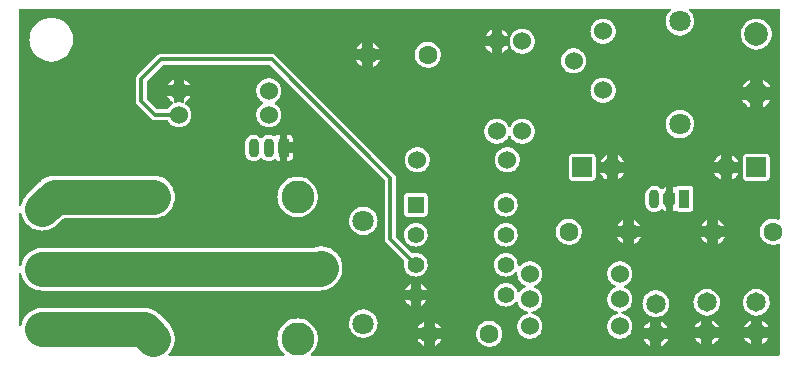
<source format=gbl>
G04 Layer: BottomLayer*
G04 EasyEDA v6.5.22, 2023-02-12 13:27:05*
G04 9d2100fef43045d39f3febf0e37c7303,ed70181f279245e6aff80281ee7dc86a,10*
G04 Gerber Generator version 0.2*
G04 Scale: 100 percent, Rotated: No, Reflected: No *
G04 Dimensions in millimeters *
G04 leading zeros omitted , absolute positions ,4 integer and 5 decimal *
%FSLAX45Y45*%
%MOMM*%

%ADD10C,0.3000*%
%ADD11C,3.0000*%
%ADD12C,1.6000*%
%ADD13C,1.6510*%
%ADD14R,1.6510X1.6510*%
%ADD15C,1.8000*%
%ADD16C,2.0000*%
%ADD17O,0.8999982X1.5999968*%
%ADD18R,0.9000X1.6000*%
%ADD19C,1.5240*%
%ADD20C,2.7940*%
%ADD21R,1.3970X1.3970*%
%ADD22C,1.3970*%
%ADD23C,0.0199*%

%LPD*%
G36*
X2002993Y3230473D02*
G01*
X1999081Y3231286D01*
X1995779Y3233470D01*
X1993595Y3236772D01*
X1992833Y3240633D01*
X1993595Y3244545D01*
X1995779Y3247847D01*
X2002078Y3254146D01*
X2013661Y3268319D01*
X2023719Y3283610D01*
X2032203Y3299815D01*
X2038959Y3316782D01*
X2043988Y3334359D01*
X2047239Y3352342D01*
X2048611Y3370579D01*
X2048154Y3388868D01*
X2045817Y3407003D01*
X2041702Y3424783D01*
X2035810Y3442106D01*
X2028139Y3458718D01*
X2018893Y3474465D01*
X2008073Y3489198D01*
X1995627Y3502964D01*
X1916734Y3581857D01*
X1906371Y3591509D01*
X1891893Y3602685D01*
X1888388Y3605022D01*
X1876348Y3612337D01*
X1872691Y3614318D01*
X1859940Y3620363D01*
X1856079Y3621938D01*
X1842770Y3626662D01*
X1838756Y3627882D01*
X1825091Y3631234D01*
X1820976Y3632047D01*
X1807006Y3633978D01*
X1802841Y3634384D01*
X1788668Y3634892D01*
X927353Y3634892D01*
X908862Y3633978D01*
X890778Y3631184D01*
X873048Y3626612D01*
X855929Y3620262D01*
X839520Y3612235D01*
X823976Y3602532D01*
X809548Y3591356D01*
X796290Y3578758D01*
X784352Y3564890D01*
X773938Y3549853D01*
X765048Y3533901D01*
X757834Y3517087D01*
X752348Y3499662D01*
X750620Y3491128D01*
X748893Y3487216D01*
X745794Y3484372D01*
X741781Y3483051D01*
X737565Y3483508D01*
X733856Y3485591D01*
X731367Y3489045D01*
X730504Y3493160D01*
X730504Y3923639D01*
X731367Y3927754D01*
X733856Y3931208D01*
X737565Y3933291D01*
X741781Y3933748D01*
X745794Y3932428D01*
X748893Y3929532D01*
X750620Y3925671D01*
X752348Y3917187D01*
X757834Y3899712D01*
X765048Y3882898D01*
X773938Y3866946D01*
X784352Y3851910D01*
X796290Y3838041D01*
X809548Y3825443D01*
X823976Y3814267D01*
X839520Y3804615D01*
X855929Y3796537D01*
X873048Y3790187D01*
X890778Y3785615D01*
X908812Y3782822D01*
X927353Y3781907D01*
X3275177Y3781907D01*
X3289300Y3782415D01*
X3293465Y3782822D01*
X3307435Y3784752D01*
X3311550Y3785565D01*
X3325266Y3788918D01*
X3329279Y3790137D01*
X3342538Y3794861D01*
X3346399Y3796436D01*
X3359150Y3802481D01*
X3362858Y3804513D01*
X3374898Y3811778D01*
X3378352Y3814165D01*
X3389629Y3822649D01*
X3392830Y3825341D01*
X3403244Y3834942D01*
X3415537Y3847287D01*
X3427984Y3861054D01*
X3438804Y3875786D01*
X3448100Y3891534D01*
X3455720Y3908145D01*
X3461613Y3925468D01*
X3465779Y3943248D01*
X3468065Y3961384D01*
X3468522Y3979672D01*
X3467150Y3997909D01*
X3463950Y4015892D01*
X3458921Y4033469D01*
X3452114Y4050436D01*
X3443630Y4066641D01*
X3433572Y4081932D01*
X3422040Y4096105D01*
X3409086Y4109008D01*
X3394913Y4120591D01*
X3379673Y4130649D01*
X3363468Y4139133D01*
X3346500Y4145889D01*
X3328924Y4150918D01*
X3310890Y4154170D01*
X3292703Y4155541D01*
X3274415Y4155084D01*
X3256279Y4152747D01*
X3238449Y4148632D01*
X3223310Y4143451D01*
X3220059Y4142892D01*
X927353Y4142892D01*
X908812Y4141978D01*
X890778Y4139184D01*
X873048Y4134612D01*
X855929Y4128262D01*
X839520Y4120235D01*
X823976Y4110532D01*
X809548Y4099356D01*
X796290Y4086758D01*
X784352Y4072890D01*
X773938Y4057904D01*
X765048Y4041901D01*
X757834Y4025087D01*
X752348Y4007662D01*
X750620Y3999128D01*
X748893Y3995267D01*
X745794Y3992422D01*
X741781Y3991101D01*
X737565Y3991508D01*
X733856Y3993642D01*
X731367Y3997045D01*
X730504Y4001160D01*
X730504Y4431233D01*
X731418Y4435398D01*
X733958Y4438853D01*
X737666Y4440936D01*
X741934Y4441291D01*
X745947Y4439920D01*
X749046Y4436973D01*
X750671Y4433011D01*
X751281Y4429607D01*
X756310Y4412030D01*
X763066Y4395063D01*
X771550Y4378858D01*
X781608Y4363567D01*
X793191Y4349394D01*
X806094Y4336491D01*
X820267Y4324908D01*
X835558Y4314850D01*
X851763Y4306417D01*
X868730Y4299610D01*
X886307Y4294581D01*
X904290Y4291380D01*
X922528Y4289958D01*
X940816Y4290415D01*
X958951Y4292752D01*
X976731Y4296867D01*
X994054Y4302810D01*
X1010666Y4310430D01*
X1026414Y4319676D01*
X1041146Y4330496D01*
X1054912Y4342942D01*
X1103528Y4391558D01*
X1106830Y4393742D01*
X1110691Y4394555D01*
X1867814Y4394555D01*
X1886356Y4395470D01*
X1904441Y4398264D01*
X1922119Y4402836D01*
X1939289Y4409186D01*
X1955698Y4417212D01*
X1971192Y4426915D01*
X1985670Y4438091D01*
X1998929Y4450689D01*
X2010816Y4464558D01*
X2021281Y4479594D01*
X2030120Y4495546D01*
X2037334Y4512360D01*
X2042820Y4529785D01*
X2046528Y4547717D01*
X2048357Y4565904D01*
X2048357Y4584192D01*
X2046528Y4602378D01*
X2042820Y4620310D01*
X2037334Y4637735D01*
X2030120Y4654550D01*
X2021281Y4670501D01*
X2010816Y4685538D01*
X1998929Y4699406D01*
X1985670Y4712004D01*
X1971192Y4723180D01*
X1955698Y4732883D01*
X1939289Y4740910D01*
X1922119Y4747260D01*
X1904441Y4751832D01*
X1886356Y4754626D01*
X1867814Y4755540D01*
X1032002Y4755540D01*
X1017828Y4755032D01*
X1013663Y4754626D01*
X999693Y4752695D01*
X995578Y4751882D01*
X981913Y4748530D01*
X977900Y4747310D01*
X964590Y4742586D01*
X960729Y4741011D01*
X947978Y4734966D01*
X944321Y4732985D01*
X932230Y4725670D01*
X928776Y4723333D01*
X917498Y4714798D01*
X914298Y4712157D01*
X903935Y4702505D01*
X799642Y4598212D01*
X787196Y4584446D01*
X776376Y4569714D01*
X767130Y4553966D01*
X759460Y4537354D01*
X753567Y4520082D01*
X750570Y4507128D01*
X748792Y4503318D01*
X745642Y4500524D01*
X741629Y4499305D01*
X737463Y4499762D01*
X733806Y4501896D01*
X731367Y4505299D01*
X730504Y4509414D01*
X730504Y6159296D01*
X731266Y6163208D01*
X733501Y6166510D01*
X736752Y6168694D01*
X740664Y6169456D01*
X6238646Y6169456D01*
X6242659Y6168644D01*
X6246063Y6166256D01*
X6248196Y6162700D01*
X6248755Y6158585D01*
X6247638Y6154623D01*
X6244996Y6151422D01*
X6243421Y6150152D01*
X6233109Y6139484D01*
X6224168Y6127648D01*
X6216751Y6114796D01*
X6210960Y6101130D01*
X6206896Y6086906D01*
X6204610Y6072225D01*
X6204153Y6057392D01*
X6205524Y6042609D01*
X6208725Y6028131D01*
X6213652Y6014161D01*
X6220256Y6000851D01*
X6228435Y5988507D01*
X6238087Y5977229D01*
X6249060Y5967222D01*
X6261150Y5958687D01*
X6274257Y5951626D01*
X6288074Y5946292D01*
X6302451Y5942685D01*
X6317183Y5940856D01*
X6332016Y5940856D01*
X6346748Y5942685D01*
X6361125Y5946292D01*
X6374942Y5951626D01*
X6388049Y5958687D01*
X6400139Y5967222D01*
X6411112Y5977229D01*
X6420764Y5988507D01*
X6428943Y6000851D01*
X6435547Y6014161D01*
X6440474Y6028131D01*
X6443675Y6042609D01*
X6445046Y6057392D01*
X6444589Y6072225D01*
X6442303Y6086906D01*
X6438239Y6101130D01*
X6432448Y6114796D01*
X6425031Y6127648D01*
X6416090Y6139484D01*
X6405778Y6150152D01*
X6404203Y6151422D01*
X6401562Y6154623D01*
X6400444Y6158585D01*
X6401003Y6162700D01*
X6403136Y6166256D01*
X6406540Y6168644D01*
X6410553Y6169456D01*
X7159345Y6169456D01*
X7163206Y6168694D01*
X7166508Y6166510D01*
X7168692Y6163208D01*
X7169505Y6159296D01*
X7169505Y4390796D01*
X7168743Y4386986D01*
X7166609Y4383735D01*
X7163409Y4381500D01*
X7159650Y4380636D01*
X7155789Y4381246D01*
X7143445Y4385818D01*
X7129627Y4388967D01*
X7115556Y4390339D01*
X7101382Y4389882D01*
X7087412Y4387596D01*
X7073849Y4383582D01*
X7060895Y4377842D01*
X7048804Y4370527D01*
X7037730Y4361688D01*
X7027875Y4351528D01*
X7019391Y4340199D01*
X7012431Y4327855D01*
X7007148Y4314698D01*
X7003542Y4301032D01*
X7001764Y4286961D01*
X7001764Y4272838D01*
X7003542Y4258767D01*
X7007148Y4245102D01*
X7012431Y4231944D01*
X7019391Y4219600D01*
X7027875Y4208272D01*
X7037730Y4198112D01*
X7048804Y4189272D01*
X7060895Y4181957D01*
X7073849Y4176217D01*
X7087412Y4172204D01*
X7101382Y4169918D01*
X7115556Y4169460D01*
X7129627Y4170832D01*
X7143445Y4173982D01*
X7155789Y4178554D01*
X7159650Y4179163D01*
X7163409Y4178300D01*
X7166609Y4176064D01*
X7168743Y4172813D01*
X7169505Y4169003D01*
X7169505Y3240633D01*
X7168692Y3236772D01*
X7166508Y3233470D01*
X7163206Y3231286D01*
X7159345Y3230473D01*
X3208274Y3230473D01*
X3204413Y3231286D01*
X3201111Y3233470D01*
X3198876Y3236772D01*
X3198114Y3240684D01*
X3198926Y3244596D01*
X3201111Y3247847D01*
X3214573Y3261207D01*
X3225800Y3275076D01*
X3235502Y3290011D01*
X3243580Y3305860D01*
X3249980Y3322523D01*
X3254552Y3339693D01*
X3257346Y3357321D01*
X3258312Y3375101D01*
X3257346Y3392881D01*
X3254552Y3410508D01*
X3249980Y3427679D01*
X3243580Y3444341D01*
X3235502Y3460191D01*
X3225800Y3475126D01*
X3214573Y3488994D01*
X3201974Y3501593D01*
X3188157Y3512769D01*
X3173171Y3522472D01*
X3157321Y3530600D01*
X3140710Y3536950D01*
X3123488Y3541572D01*
X3105912Y3544366D01*
X3088081Y3545281D01*
X3070301Y3544366D01*
X3052724Y3541572D01*
X3035503Y3536950D01*
X3018891Y3530600D01*
X3002991Y3522472D01*
X2988056Y3512769D01*
X2974238Y3501593D01*
X2961640Y3488994D01*
X2950413Y3475126D01*
X2940710Y3460191D01*
X2932633Y3444341D01*
X2926232Y3427679D01*
X2921609Y3410508D01*
X2918815Y3392881D01*
X2917901Y3375101D01*
X2918815Y3357321D01*
X2921609Y3339693D01*
X2926232Y3322523D01*
X2932633Y3305860D01*
X2940710Y3290011D01*
X2950413Y3275076D01*
X2961589Y3261207D01*
X2975051Y3247847D01*
X2977286Y3244596D01*
X2978048Y3240684D01*
X2977286Y3236772D01*
X2975102Y3233470D01*
X2971800Y3231286D01*
X2967888Y3230473D01*
G37*

%LPC*%
G36*
X4715256Y3305860D02*
G01*
X4729327Y3307232D01*
X4743145Y3310382D01*
X4756404Y3315258D01*
X4768951Y3321812D01*
X4780584Y3329940D01*
X4791049Y3339439D01*
X4800244Y3350209D01*
X4807966Y3362096D01*
X4814112Y3374847D01*
X4818583Y3388258D01*
X4821275Y3402177D01*
X4822190Y3416300D01*
X4821275Y3430422D01*
X4818583Y3444341D01*
X4814112Y3457752D01*
X4807966Y3470503D01*
X4800244Y3482390D01*
X4791049Y3493160D01*
X4780584Y3502660D01*
X4768951Y3510787D01*
X4756404Y3517341D01*
X4743145Y3522218D01*
X4729327Y3525367D01*
X4715256Y3526739D01*
X4701082Y3526282D01*
X4687112Y3523996D01*
X4673549Y3519982D01*
X4660595Y3514242D01*
X4648504Y3506927D01*
X4637430Y3498087D01*
X4627575Y3487928D01*
X4619091Y3476599D01*
X4612132Y3464255D01*
X4606848Y3451098D01*
X4603242Y3437432D01*
X4601464Y3423361D01*
X4601464Y3409238D01*
X4603242Y3395167D01*
X4606848Y3381501D01*
X4612132Y3368344D01*
X4619091Y3356000D01*
X4627575Y3344672D01*
X4637430Y3334512D01*
X4648504Y3325672D01*
X4660595Y3318357D01*
X4673549Y3312617D01*
X4687112Y3308604D01*
X4701082Y3306318D01*
G37*
G36*
X6169050Y3313887D02*
G01*
X6170422Y3314446D01*
X6183071Y3321558D01*
X6194653Y3330244D01*
X6205067Y3340303D01*
X6214110Y3351631D01*
X6221628Y3364026D01*
X6223660Y3368649D01*
X6169050Y3368649D01*
G37*
G36*
X6073800Y3313887D02*
G01*
X6073800Y3368649D01*
X6019139Y3368649D01*
X6021171Y3364026D01*
X6028690Y3351631D01*
X6037732Y3340303D01*
X6048146Y3330244D01*
X6059728Y3321558D01*
X6072378Y3314446D01*
G37*
G36*
X4250029Y3316122D02*
G01*
X4260951Y3321812D01*
X4272584Y3329940D01*
X4283049Y3339439D01*
X4292244Y3350209D01*
X4299966Y3362096D01*
X4303776Y3369970D01*
X4250029Y3369970D01*
G37*
G36*
X4157370Y3316224D02*
G01*
X4157370Y3369970D01*
X4103522Y3369970D01*
X4104132Y3368344D01*
X4111091Y3356000D01*
X4119575Y3344672D01*
X4129430Y3334512D01*
X4140504Y3325672D01*
X4152595Y3318357D01*
G37*
G36*
X6924700Y3326587D02*
G01*
X6924700Y3381349D01*
X6870039Y3381349D01*
X6872071Y3376726D01*
X6879590Y3364331D01*
X6888632Y3353003D01*
X6899046Y3342944D01*
X6910628Y3334258D01*
X6923278Y3327146D01*
G37*
G36*
X7019950Y3326587D02*
G01*
X7021322Y3327146D01*
X7033971Y3334258D01*
X7045553Y3342944D01*
X7055967Y3353003D01*
X7065009Y3364331D01*
X7072528Y3376726D01*
X7074560Y3381349D01*
X7019950Y3381349D01*
G37*
G36*
X6600850Y3326587D02*
G01*
X6602222Y3327146D01*
X6614871Y3334258D01*
X6626453Y3342944D01*
X6636867Y3353003D01*
X6645909Y3364331D01*
X6653428Y3376726D01*
X6655460Y3381349D01*
X6600850Y3381349D01*
G37*
G36*
X6505600Y3326587D02*
G01*
X6505600Y3381349D01*
X6450939Y3381349D01*
X6452971Y3376726D01*
X6460490Y3364331D01*
X6469532Y3353003D01*
X6479946Y3342944D01*
X6491528Y3334258D01*
X6504178Y3327146D01*
G37*
G36*
X5816600Y3373120D02*
G01*
X5830519Y3374034D01*
X5844235Y3376726D01*
X5857443Y3381248D01*
X5869940Y3387394D01*
X5881522Y3395167D01*
X5892038Y3404362D01*
X5901232Y3414877D01*
X5909005Y3426460D01*
X5915152Y3438956D01*
X5919673Y3452164D01*
X5922365Y3465880D01*
X5923280Y3479800D01*
X5922365Y3493719D01*
X5919673Y3507435D01*
X5915152Y3520643D01*
X5909005Y3533140D01*
X5901232Y3544722D01*
X5892038Y3555237D01*
X5881522Y3564432D01*
X5869940Y3572205D01*
X5857443Y3578351D01*
X5844235Y3582873D01*
X5837732Y3584143D01*
X5834075Y3585667D01*
X5831281Y3588461D01*
X5829757Y3592118D01*
X5829757Y3596081D01*
X5831281Y3599738D01*
X5834075Y3602532D01*
X5837732Y3604056D01*
X5844235Y3605326D01*
X5857443Y3609848D01*
X5869940Y3615994D01*
X5881522Y3623767D01*
X5892038Y3632962D01*
X5901232Y3643477D01*
X5909005Y3655060D01*
X5915152Y3667556D01*
X5919673Y3680764D01*
X5922365Y3694480D01*
X5923280Y3708400D01*
X5922365Y3722319D01*
X5919673Y3736035D01*
X5915152Y3749243D01*
X5909005Y3761740D01*
X5901232Y3773322D01*
X5892038Y3783837D01*
X5881522Y3793032D01*
X5869940Y3800805D01*
X5856884Y3807256D01*
X5853379Y3810050D01*
X5851448Y3814114D01*
X5851448Y3818585D01*
X5853379Y3822649D01*
X5856884Y3825443D01*
X5869940Y3831894D01*
X5881522Y3839667D01*
X5892038Y3848862D01*
X5901232Y3859377D01*
X5909005Y3870960D01*
X5915152Y3883456D01*
X5919673Y3896664D01*
X5922365Y3910380D01*
X5923280Y3924300D01*
X5922365Y3938219D01*
X5919673Y3951935D01*
X5915152Y3965143D01*
X5909005Y3977640D01*
X5901232Y3989222D01*
X5892038Y3999737D01*
X5881522Y4008932D01*
X5869940Y4016705D01*
X5857443Y4022851D01*
X5844235Y4027373D01*
X5830519Y4030065D01*
X5816600Y4030979D01*
X5802680Y4030065D01*
X5788964Y4027373D01*
X5775756Y4022851D01*
X5763260Y4016705D01*
X5751677Y4008932D01*
X5741162Y3999737D01*
X5731967Y3989222D01*
X5724194Y3977640D01*
X5718048Y3965143D01*
X5713526Y3951935D01*
X5710834Y3938219D01*
X5709920Y3924300D01*
X5710834Y3910380D01*
X5713526Y3896664D01*
X5718048Y3883456D01*
X5724194Y3870960D01*
X5731967Y3859377D01*
X5741162Y3848862D01*
X5751677Y3839667D01*
X5763260Y3831894D01*
X5776315Y3825443D01*
X5779820Y3822649D01*
X5781751Y3818585D01*
X5781751Y3814114D01*
X5779820Y3810050D01*
X5776315Y3807256D01*
X5763260Y3800805D01*
X5751677Y3793032D01*
X5741162Y3783837D01*
X5731967Y3773322D01*
X5724194Y3761740D01*
X5718048Y3749243D01*
X5713526Y3736035D01*
X5710834Y3722319D01*
X5709920Y3708400D01*
X5710834Y3694480D01*
X5713526Y3680764D01*
X5718048Y3667556D01*
X5724194Y3655060D01*
X5731967Y3643477D01*
X5741162Y3632962D01*
X5751677Y3623767D01*
X5763260Y3615994D01*
X5775756Y3609848D01*
X5788964Y3605326D01*
X5795467Y3604056D01*
X5799124Y3602532D01*
X5801918Y3599738D01*
X5803442Y3596081D01*
X5803442Y3592118D01*
X5801918Y3588461D01*
X5799124Y3585667D01*
X5795467Y3584143D01*
X5788964Y3582873D01*
X5775756Y3578351D01*
X5763260Y3572205D01*
X5751677Y3564432D01*
X5741162Y3555237D01*
X5731967Y3544722D01*
X5724194Y3533140D01*
X5718048Y3520643D01*
X5713526Y3507435D01*
X5710834Y3493719D01*
X5709920Y3479800D01*
X5710834Y3465880D01*
X5713526Y3452164D01*
X5718048Y3438956D01*
X5724194Y3426460D01*
X5731967Y3414877D01*
X5741162Y3404362D01*
X5751677Y3395167D01*
X5763260Y3387394D01*
X5775756Y3381248D01*
X5788964Y3376726D01*
X5802680Y3374034D01*
G37*
G36*
X5054600Y3373120D02*
G01*
X5068519Y3374034D01*
X5082235Y3376726D01*
X5095443Y3381248D01*
X5107940Y3387394D01*
X5119522Y3395167D01*
X5130038Y3404362D01*
X5139232Y3414877D01*
X5147005Y3426460D01*
X5153152Y3438956D01*
X5157673Y3452164D01*
X5160365Y3465880D01*
X5161280Y3479800D01*
X5160365Y3493719D01*
X5157673Y3507435D01*
X5153152Y3520643D01*
X5147005Y3533140D01*
X5139232Y3544722D01*
X5130038Y3555237D01*
X5119522Y3564432D01*
X5107940Y3572205D01*
X5095443Y3578351D01*
X5082235Y3582873D01*
X5075732Y3584143D01*
X5072075Y3585667D01*
X5069281Y3588461D01*
X5067757Y3592118D01*
X5067757Y3596081D01*
X5069281Y3599738D01*
X5072075Y3602532D01*
X5075732Y3604056D01*
X5082235Y3605326D01*
X5095443Y3609848D01*
X5107940Y3615994D01*
X5119522Y3623767D01*
X5130038Y3632962D01*
X5139232Y3643477D01*
X5147005Y3655060D01*
X5153152Y3667556D01*
X5157673Y3680764D01*
X5160365Y3694480D01*
X5161280Y3708400D01*
X5160365Y3722319D01*
X5157673Y3736035D01*
X5153152Y3749243D01*
X5147005Y3761740D01*
X5139232Y3773322D01*
X5130038Y3783837D01*
X5119522Y3793032D01*
X5107940Y3800805D01*
X5094884Y3807256D01*
X5091379Y3810050D01*
X5089448Y3814114D01*
X5089448Y3818585D01*
X5091379Y3822649D01*
X5094884Y3825443D01*
X5107940Y3831894D01*
X5119522Y3839667D01*
X5130038Y3848862D01*
X5139232Y3859377D01*
X5147005Y3870960D01*
X5153152Y3883456D01*
X5157673Y3896664D01*
X5160365Y3910380D01*
X5161280Y3924300D01*
X5160365Y3938219D01*
X5157673Y3951935D01*
X5153152Y3965143D01*
X5147005Y3977640D01*
X5139232Y3989222D01*
X5130038Y3999737D01*
X5119522Y4008932D01*
X5107940Y4016705D01*
X5095443Y4022851D01*
X5082235Y4027373D01*
X5068519Y4030065D01*
X5054600Y4030979D01*
X5040680Y4030065D01*
X5026964Y4027373D01*
X5013756Y4022851D01*
X5001260Y4016705D01*
X4989677Y4008932D01*
X4979162Y3999737D01*
X4969205Y3988257D01*
X4965903Y3985768D01*
X4961890Y3984802D01*
X4957826Y3985463D01*
X4954371Y3987749D01*
X4952085Y3991203D01*
X4951374Y3995267D01*
X4951679Y4003852D01*
X4950358Y4017213D01*
X4947208Y4030218D01*
X4942433Y4042714D01*
X4935982Y4054500D01*
X4928006Y4065270D01*
X4918710Y4074922D01*
X4908194Y4083202D01*
X4896662Y4090060D01*
X4884318Y4095292D01*
X4871364Y4098848D01*
X4858105Y4100626D01*
X4844694Y4100626D01*
X4831435Y4098848D01*
X4818481Y4095292D01*
X4806137Y4090060D01*
X4794605Y4083202D01*
X4784090Y4074922D01*
X4774793Y4065270D01*
X4766818Y4054500D01*
X4760366Y4042714D01*
X4755591Y4030218D01*
X4752441Y4017213D01*
X4751120Y4003852D01*
X4751578Y3990441D01*
X4753813Y3977233D01*
X4757775Y3964432D01*
X4763414Y3952290D01*
X4770628Y3940962D01*
X4779264Y3930751D01*
X4789220Y3921760D01*
X4800244Y3914190D01*
X4812233Y3908145D01*
X4824882Y3903726D01*
X4838039Y3901084D01*
X4851400Y3900170D01*
X4864760Y3901084D01*
X4877917Y3903726D01*
X4890566Y3908145D01*
X4902555Y3914190D01*
X4913579Y3921760D01*
X4923536Y3930751D01*
X4930495Y3939032D01*
X4933848Y3941572D01*
X4937912Y3942587D01*
X4942078Y3941876D01*
X4945583Y3939540D01*
X4947818Y3935933D01*
X4948428Y3931767D01*
X4947920Y3924300D01*
X4948834Y3910380D01*
X4951526Y3896664D01*
X4956048Y3883456D01*
X4962194Y3870960D01*
X4969967Y3859377D01*
X4979162Y3848862D01*
X4989677Y3839667D01*
X5001260Y3831894D01*
X5014315Y3825443D01*
X5017820Y3822649D01*
X5019751Y3818585D01*
X5019751Y3814114D01*
X5017820Y3810050D01*
X5014315Y3807256D01*
X5001260Y3800805D01*
X4989677Y3793032D01*
X4979162Y3783837D01*
X4969967Y3773322D01*
X4966665Y3768394D01*
X4963871Y3765600D01*
X4960315Y3764076D01*
X4956403Y3764026D01*
X4952746Y3765448D01*
X4949952Y3768140D01*
X4948326Y3771696D01*
X4947208Y3776218D01*
X4942433Y3788714D01*
X4935982Y3800500D01*
X4928006Y3811270D01*
X4918710Y3820922D01*
X4908194Y3829202D01*
X4896662Y3836060D01*
X4884318Y3841292D01*
X4871364Y3844848D01*
X4858105Y3846626D01*
X4844694Y3846626D01*
X4831435Y3844848D01*
X4818481Y3841292D01*
X4806137Y3836060D01*
X4794605Y3829202D01*
X4784090Y3820922D01*
X4774793Y3811270D01*
X4766818Y3800500D01*
X4760366Y3788714D01*
X4755591Y3776218D01*
X4752441Y3763213D01*
X4751120Y3749852D01*
X4751578Y3736441D01*
X4753813Y3723233D01*
X4757775Y3710432D01*
X4763414Y3698290D01*
X4770628Y3686962D01*
X4779264Y3676751D01*
X4789220Y3667760D01*
X4800244Y3660190D01*
X4812233Y3654145D01*
X4824882Y3649726D01*
X4838039Y3647084D01*
X4851400Y3646170D01*
X4864760Y3647084D01*
X4877917Y3649726D01*
X4890566Y3654145D01*
X4902555Y3660190D01*
X4913579Y3667760D01*
X4923536Y3676751D01*
X4932426Y3687368D01*
X4935169Y3690213D01*
X4938877Y3691839D01*
X4942840Y3691890D01*
X4946548Y3690365D01*
X4949393Y3687572D01*
X4950917Y3683863D01*
X4951526Y3680764D01*
X4956048Y3667556D01*
X4962194Y3655060D01*
X4969967Y3643477D01*
X4979162Y3632962D01*
X4989677Y3623767D01*
X5001260Y3615994D01*
X5013756Y3609848D01*
X5026964Y3605326D01*
X5033467Y3604056D01*
X5037124Y3602532D01*
X5039918Y3599738D01*
X5041442Y3596081D01*
X5041442Y3592118D01*
X5039918Y3588461D01*
X5037124Y3585667D01*
X5033467Y3584143D01*
X5026964Y3582873D01*
X5013756Y3578351D01*
X5001260Y3572205D01*
X4989677Y3564432D01*
X4979162Y3555237D01*
X4969967Y3544722D01*
X4962194Y3533140D01*
X4956048Y3520643D01*
X4951526Y3507435D01*
X4948834Y3493719D01*
X4947920Y3479800D01*
X4948834Y3465880D01*
X4951526Y3452164D01*
X4956048Y3438956D01*
X4962194Y3426460D01*
X4969967Y3414877D01*
X4979162Y3404362D01*
X4989677Y3395167D01*
X5001260Y3387394D01*
X5013756Y3381248D01*
X5026964Y3376726D01*
X5040680Y3374034D01*
G37*
G36*
X3644900Y3381501D02*
G01*
X3659682Y3382416D01*
X3674313Y3385159D01*
X3688435Y3389629D01*
X3701897Y3395827D01*
X3714496Y3403650D01*
X3726078Y3412947D01*
X3736390Y3423615D01*
X3745331Y3435451D01*
X3752748Y3448304D01*
X3758539Y3461969D01*
X3762603Y3476193D01*
X3764889Y3490874D01*
X3765346Y3505708D01*
X3763975Y3520490D01*
X3760774Y3534968D01*
X3755847Y3548938D01*
X3749243Y3562248D01*
X3741064Y3574592D01*
X3731412Y3585870D01*
X3720439Y3595878D01*
X3708349Y3604412D01*
X3695242Y3611473D01*
X3681425Y3616807D01*
X3667048Y3620414D01*
X3652316Y3622243D01*
X3637483Y3622243D01*
X3622751Y3620414D01*
X3608374Y3616807D01*
X3594557Y3611473D01*
X3581450Y3604412D01*
X3569360Y3595878D01*
X3558387Y3585870D01*
X3548735Y3574592D01*
X3540556Y3562248D01*
X3533952Y3548938D01*
X3529025Y3534968D01*
X3525824Y3520490D01*
X3524453Y3505708D01*
X3524910Y3490874D01*
X3527196Y3476193D01*
X3531260Y3461969D01*
X3537051Y3448304D01*
X3544468Y3435451D01*
X3553409Y3423615D01*
X3563721Y3412947D01*
X3575304Y3403650D01*
X3587902Y3395827D01*
X3601364Y3389629D01*
X3615486Y3385159D01*
X3630117Y3382416D01*
G37*
G36*
X4250029Y3462629D02*
G01*
X4303776Y3462629D01*
X4299966Y3470503D01*
X4292244Y3482390D01*
X4283049Y3493160D01*
X4272584Y3502660D01*
X4260951Y3510787D01*
X4250029Y3516477D01*
G37*
G36*
X4103522Y3462629D02*
G01*
X4157370Y3462629D01*
X4157370Y3516376D01*
X4152595Y3514242D01*
X4140504Y3506927D01*
X4129430Y3498087D01*
X4119575Y3487928D01*
X4111091Y3476599D01*
X4104132Y3464255D01*
G37*
G36*
X6019038Y3463899D02*
G01*
X6073800Y3463899D01*
X6073800Y3518560D01*
X6065926Y3514801D01*
X6053785Y3506876D01*
X6042761Y3497478D01*
X6033008Y3486759D01*
X6024727Y3474872D01*
G37*
G36*
X6169050Y3463899D02*
G01*
X6223762Y3463899D01*
X6218072Y3474872D01*
X6209792Y3486759D01*
X6200038Y3497478D01*
X6189014Y3506876D01*
X6176873Y3514801D01*
X6169050Y3518560D01*
G37*
G36*
X6450838Y3476599D02*
G01*
X6505600Y3476599D01*
X6505600Y3531260D01*
X6497726Y3527501D01*
X6485585Y3519576D01*
X6474561Y3510178D01*
X6464808Y3499459D01*
X6456527Y3487572D01*
G37*
G36*
X6869938Y3476599D02*
G01*
X6924700Y3476599D01*
X6924700Y3531260D01*
X6916826Y3527501D01*
X6904685Y3519576D01*
X6893661Y3510178D01*
X6883908Y3499459D01*
X6875627Y3487572D01*
G37*
G36*
X7019950Y3476599D02*
G01*
X7074662Y3476599D01*
X7068972Y3487572D01*
X7060692Y3499459D01*
X7050938Y3510178D01*
X7039914Y3519576D01*
X7027773Y3527501D01*
X7019950Y3531260D01*
G37*
G36*
X6600850Y3476599D02*
G01*
X6655562Y3476599D01*
X6649872Y3487572D01*
X6641592Y3499459D01*
X6631838Y3510178D01*
X6620814Y3519576D01*
X6608673Y3527501D01*
X6600850Y3531260D01*
G37*
G36*
X6114135Y3557473D02*
G01*
X6128664Y3557473D01*
X6142990Y3559352D01*
X6157010Y3563010D01*
X6170422Y3568446D01*
X6183071Y3575558D01*
X6194653Y3584244D01*
X6205067Y3594303D01*
X6214110Y3605631D01*
X6221628Y3618026D01*
X6227470Y3631285D01*
X6231585Y3645154D01*
X6233922Y3659428D01*
X6234379Y3673906D01*
X6233007Y3688334D01*
X6229756Y3702456D01*
X6224778Y3716070D01*
X6218072Y3728872D01*
X6209792Y3740759D01*
X6200038Y3751478D01*
X6189014Y3760876D01*
X6176873Y3768801D01*
X6163818Y3775100D01*
X6150051Y3779621D01*
X6135878Y3782415D01*
X6121400Y3783329D01*
X6106922Y3782415D01*
X6092748Y3779621D01*
X6078982Y3775100D01*
X6065926Y3768801D01*
X6053785Y3760876D01*
X6042761Y3751478D01*
X6033008Y3740759D01*
X6024727Y3728872D01*
X6018022Y3716070D01*
X6013043Y3702456D01*
X6009792Y3688334D01*
X6008420Y3673906D01*
X6008878Y3659428D01*
X6011214Y3645154D01*
X6015329Y3631285D01*
X6021171Y3618026D01*
X6028690Y3605631D01*
X6037732Y3594303D01*
X6048146Y3584244D01*
X6059728Y3575558D01*
X6072378Y3568446D01*
X6085789Y3563010D01*
X6099810Y3559352D01*
G37*
G36*
X6545935Y3570173D02*
G01*
X6560464Y3570173D01*
X6574790Y3572052D01*
X6588810Y3575710D01*
X6602222Y3581146D01*
X6614871Y3588258D01*
X6626453Y3596944D01*
X6636867Y3607003D01*
X6645909Y3618331D01*
X6653428Y3630726D01*
X6659270Y3643985D01*
X6663385Y3657854D01*
X6665722Y3672128D01*
X6666179Y3686606D01*
X6664807Y3701034D01*
X6661556Y3715156D01*
X6656578Y3728770D01*
X6649872Y3741572D01*
X6641592Y3753459D01*
X6631838Y3764178D01*
X6620814Y3773576D01*
X6608673Y3781501D01*
X6595618Y3787800D01*
X6581851Y3792321D01*
X6567678Y3795115D01*
X6553200Y3796029D01*
X6538722Y3795115D01*
X6524548Y3792321D01*
X6510781Y3787800D01*
X6497726Y3781501D01*
X6485585Y3773576D01*
X6474561Y3764178D01*
X6464808Y3753459D01*
X6456527Y3741572D01*
X6449822Y3728770D01*
X6444843Y3715156D01*
X6441592Y3701034D01*
X6440220Y3686606D01*
X6440678Y3672128D01*
X6443014Y3657854D01*
X6447129Y3643985D01*
X6452971Y3630726D01*
X6460490Y3618331D01*
X6469532Y3607003D01*
X6479946Y3596944D01*
X6491528Y3588258D01*
X6504178Y3581146D01*
X6517589Y3575710D01*
X6531609Y3572052D01*
G37*
G36*
X6965035Y3570173D02*
G01*
X6979564Y3570173D01*
X6993890Y3572052D01*
X7007910Y3575710D01*
X7021322Y3581146D01*
X7033971Y3588258D01*
X7045553Y3596944D01*
X7055967Y3607003D01*
X7065009Y3618331D01*
X7072528Y3630726D01*
X7078370Y3643985D01*
X7082485Y3657854D01*
X7084822Y3672128D01*
X7085279Y3686606D01*
X7083907Y3701034D01*
X7080656Y3715156D01*
X7075678Y3728770D01*
X7068972Y3741572D01*
X7060692Y3753459D01*
X7050938Y3764178D01*
X7039914Y3773576D01*
X7027773Y3781501D01*
X7014718Y3787800D01*
X7000951Y3792321D01*
X6986778Y3795115D01*
X6972300Y3796029D01*
X6957822Y3795115D01*
X6943648Y3792321D01*
X6929881Y3787800D01*
X6916826Y3781501D01*
X6904685Y3773576D01*
X6893661Y3764178D01*
X6883908Y3753459D01*
X6875627Y3741572D01*
X6868922Y3728770D01*
X6863943Y3715156D01*
X6860692Y3701034D01*
X6859320Y3686606D01*
X6859778Y3672128D01*
X6862114Y3657854D01*
X6866229Y3643985D01*
X6872071Y3630726D01*
X6879590Y3618331D01*
X6888632Y3607003D01*
X6899046Y3596944D01*
X6910628Y3588258D01*
X6923278Y3581146D01*
X6936689Y3575710D01*
X6950709Y3572052D01*
G37*
G36*
X4048150Y3655212D02*
G01*
X4048150Y3705199D01*
X3998163Y3705199D01*
X4001414Y3698290D01*
X4008628Y3686962D01*
X4017264Y3676751D01*
X4027220Y3667760D01*
X4038244Y3660190D01*
G37*
G36*
X4130700Y3655212D02*
G01*
X4140555Y3660190D01*
X4151579Y3667760D01*
X4161536Y3676751D01*
X4170172Y3686962D01*
X4177385Y3698290D01*
X4180636Y3705199D01*
X4130700Y3705199D01*
G37*
G36*
X4130700Y3787749D02*
G01*
X4180789Y3787749D01*
X4180433Y3788714D01*
X4173982Y3800500D01*
X4166006Y3811270D01*
X4156710Y3820922D01*
X4146194Y3829202D01*
X4134662Y3836060D01*
X4130700Y3837736D01*
G37*
G36*
X3998010Y3787749D02*
G01*
X4048150Y3787749D01*
X4048150Y3837736D01*
X4044137Y3836060D01*
X4032605Y3829202D01*
X4022090Y3820922D01*
X4012793Y3811270D01*
X4004818Y3800500D01*
X3998366Y3788714D01*
G37*
G36*
X4089400Y3900170D02*
G01*
X4102760Y3901084D01*
X4115917Y3903726D01*
X4128566Y3908145D01*
X4140555Y3914190D01*
X4151579Y3921760D01*
X4161536Y3930751D01*
X4170172Y3940962D01*
X4177385Y3952290D01*
X4183024Y3964432D01*
X4186986Y3977233D01*
X4189222Y3990441D01*
X4189679Y4003852D01*
X4188358Y4017213D01*
X4185208Y4030218D01*
X4180433Y4042714D01*
X4173982Y4054500D01*
X4166006Y4065270D01*
X4156710Y4074922D01*
X4146194Y4083202D01*
X4134662Y4090060D01*
X4122318Y4095292D01*
X4109364Y4098848D01*
X4096105Y4100626D01*
X4082694Y4100626D01*
X4069435Y4098848D01*
X4064152Y4097375D01*
X4060596Y4097070D01*
X4057192Y4097985D01*
X4054246Y4100017D01*
X3921963Y4232249D01*
X3919778Y4235551D01*
X3919016Y4239463D01*
X3918965Y4738827D01*
X3917746Y4747514D01*
X3915105Y4755438D01*
X3910990Y4762804D01*
X3905351Y4769612D01*
X2901086Y5773775D01*
X2894126Y5779058D01*
X2886608Y5782818D01*
X2878531Y5785104D01*
X2869742Y5785916D01*
X1928672Y5785866D01*
X1919986Y5784646D01*
X1912061Y5782005D01*
X1904695Y5777890D01*
X1897888Y5772251D01*
X1731924Y5606186D01*
X1726641Y5599226D01*
X1722882Y5591708D01*
X1720596Y5583631D01*
X1719783Y5574842D01*
X1719834Y5383072D01*
X1721053Y5374386D01*
X1723694Y5366461D01*
X1727809Y5359095D01*
X1733448Y5352288D01*
X1848713Y5237124D01*
X1855673Y5231841D01*
X1863191Y5228082D01*
X1871268Y5225796D01*
X1880057Y5224983D01*
X1980234Y5224983D01*
X1983892Y5224322D01*
X1987092Y5222341D01*
X1989328Y5219344D01*
X1990394Y5217160D01*
X1998167Y5205577D01*
X2007362Y5195062D01*
X2017877Y5185867D01*
X2029460Y5178094D01*
X2041956Y5171948D01*
X2055164Y5167426D01*
X2068880Y5164734D01*
X2082800Y5163820D01*
X2096719Y5164734D01*
X2110435Y5167426D01*
X2123643Y5171948D01*
X2136140Y5178094D01*
X2147722Y5185867D01*
X2158238Y5195062D01*
X2167432Y5205577D01*
X2175205Y5217160D01*
X2181352Y5229656D01*
X2185873Y5242864D01*
X2188565Y5256580D01*
X2189480Y5270500D01*
X2188565Y5284419D01*
X2185873Y5298135D01*
X2181352Y5311343D01*
X2175205Y5323840D01*
X2167432Y5335422D01*
X2158238Y5345938D01*
X2147722Y5355132D01*
X2135581Y5363260D01*
X2133193Y5365546D01*
X2131618Y5368442D01*
X2131060Y5372506D01*
X2131618Y5375757D01*
X2133193Y5378653D01*
X2135581Y5380939D01*
X2147722Y5389067D01*
X2158238Y5398262D01*
X2167432Y5408777D01*
X2175205Y5420360D01*
X2179574Y5429250D01*
X2127250Y5429250D01*
X2127250Y5382006D01*
X2126538Y5378246D01*
X2124456Y5374995D01*
X2121357Y5372811D01*
X2117598Y5371846D01*
X2113838Y5372404D01*
X2110435Y5373573D01*
X2096719Y5376265D01*
X2082800Y5377180D01*
X2068880Y5376265D01*
X2055164Y5373573D01*
X2051761Y5372404D01*
X2048002Y5371846D01*
X2044242Y5372811D01*
X2041143Y5374995D01*
X2039061Y5378246D01*
X2038350Y5382006D01*
X2038350Y5429250D01*
X1986025Y5429250D01*
X1990394Y5420360D01*
X1998167Y5408777D01*
X2007362Y5398262D01*
X2017877Y5389067D01*
X2030018Y5380939D01*
X2032406Y5378653D01*
X2033981Y5375757D01*
X2034539Y5371693D01*
X2033981Y5368442D01*
X2032406Y5365546D01*
X2030018Y5363260D01*
X2017877Y5355132D01*
X2007362Y5345938D01*
X1998167Y5335422D01*
X1990394Y5323840D01*
X1989328Y5321655D01*
X1987092Y5318658D01*
X1983892Y5316677D01*
X1980234Y5316016D01*
X1902663Y5316016D01*
X1898751Y5316778D01*
X1895449Y5318963D01*
X1813763Y5400649D01*
X1811578Y5403951D01*
X1810816Y5407863D01*
X1810816Y5552236D01*
X1811578Y5556148D01*
X1813763Y5559450D01*
X1946249Y5691936D01*
X1949551Y5694121D01*
X1953463Y5694883D01*
X2847136Y5694883D01*
X2851048Y5694121D01*
X2854350Y5691936D01*
X3825036Y4721250D01*
X3827221Y4717948D01*
X3827983Y4714036D01*
X3828034Y4214672D01*
X3829253Y4205986D01*
X3831894Y4198061D01*
X3836009Y4190695D01*
X3841648Y4183887D01*
X3989882Y4035653D01*
X3991864Y4032859D01*
X3992829Y4029557D01*
X3992575Y4026103D01*
X3990441Y4017213D01*
X3989120Y4003852D01*
X3989578Y3990441D01*
X3991813Y3977233D01*
X3995775Y3964432D01*
X4001414Y3952290D01*
X4008628Y3940962D01*
X4017264Y3930751D01*
X4027220Y3921760D01*
X4038244Y3914190D01*
X4050233Y3908145D01*
X4062882Y3903726D01*
X4076039Y3901084D01*
G37*
G36*
X4089400Y4154170D02*
G01*
X4102760Y4155084D01*
X4115917Y4157726D01*
X4128566Y4162145D01*
X4140555Y4168190D01*
X4151579Y4175760D01*
X4161536Y4184751D01*
X4170172Y4194962D01*
X4177385Y4206290D01*
X4183024Y4218432D01*
X4186986Y4231233D01*
X4189222Y4244441D01*
X4189679Y4257852D01*
X4188358Y4271213D01*
X4185208Y4284218D01*
X4180433Y4296714D01*
X4173982Y4308500D01*
X4166006Y4319270D01*
X4156710Y4328922D01*
X4146194Y4337202D01*
X4134662Y4344060D01*
X4122318Y4349292D01*
X4109364Y4352848D01*
X4096105Y4354626D01*
X4082694Y4354626D01*
X4069435Y4352848D01*
X4056481Y4349292D01*
X4044137Y4344060D01*
X4032605Y4337202D01*
X4022090Y4328922D01*
X4012793Y4319270D01*
X4004818Y4308500D01*
X3998366Y4296714D01*
X3993591Y4284218D01*
X3990441Y4271213D01*
X3989120Y4257852D01*
X3989578Y4244441D01*
X3991813Y4231233D01*
X3995775Y4218432D01*
X4001414Y4206290D01*
X4008628Y4194962D01*
X4017264Y4184751D01*
X4027220Y4175760D01*
X4038244Y4168190D01*
X4050233Y4162145D01*
X4062882Y4157726D01*
X4076039Y4155084D01*
G37*
G36*
X4851400Y4154170D02*
G01*
X4864760Y4155084D01*
X4877917Y4157726D01*
X4890566Y4162145D01*
X4902555Y4168190D01*
X4913579Y4175760D01*
X4923536Y4184751D01*
X4932172Y4194962D01*
X4939385Y4206290D01*
X4945024Y4218432D01*
X4948986Y4231233D01*
X4951222Y4244441D01*
X4951679Y4257852D01*
X4950358Y4271213D01*
X4947208Y4284218D01*
X4942433Y4296714D01*
X4935982Y4308500D01*
X4928006Y4319270D01*
X4918710Y4328922D01*
X4908194Y4337202D01*
X4896662Y4344060D01*
X4884318Y4349292D01*
X4871364Y4352848D01*
X4858105Y4354626D01*
X4844694Y4354626D01*
X4831435Y4352848D01*
X4818481Y4349292D01*
X4806137Y4344060D01*
X4794605Y4337202D01*
X4784090Y4328922D01*
X4774793Y4319270D01*
X4766818Y4308500D01*
X4760366Y4296714D01*
X4755591Y4284218D01*
X4752441Y4271213D01*
X4751120Y4257852D01*
X4751578Y4244441D01*
X4753813Y4231233D01*
X4757775Y4218432D01*
X4763414Y4206290D01*
X4770628Y4194962D01*
X4779264Y4184751D01*
X4789220Y4175760D01*
X4800244Y4168190D01*
X4812233Y4162145D01*
X4824882Y4157726D01*
X4838039Y4155084D01*
G37*
G36*
X5388356Y4169460D02*
G01*
X5402427Y4170832D01*
X5416245Y4173982D01*
X5429504Y4178858D01*
X5442051Y4185412D01*
X5453684Y4193540D01*
X5464149Y4203039D01*
X5473344Y4213809D01*
X5481066Y4225696D01*
X5487212Y4238447D01*
X5491683Y4251858D01*
X5494375Y4265777D01*
X5495290Y4279900D01*
X5494375Y4294022D01*
X5491683Y4307941D01*
X5487212Y4321352D01*
X5481066Y4334103D01*
X5473344Y4345990D01*
X5464149Y4356760D01*
X5453684Y4366260D01*
X5442051Y4374388D01*
X5429504Y4380941D01*
X5416245Y4385818D01*
X5402427Y4388967D01*
X5388356Y4390339D01*
X5374182Y4389882D01*
X5360212Y4387596D01*
X5346649Y4383582D01*
X5333695Y4377842D01*
X5321604Y4370527D01*
X5310530Y4361688D01*
X5300675Y4351528D01*
X5292191Y4340199D01*
X5285232Y4327855D01*
X5279948Y4314698D01*
X5276342Y4301032D01*
X5274564Y4286961D01*
X5274564Y4272838D01*
X5276342Y4258767D01*
X5279948Y4245102D01*
X5285232Y4231944D01*
X5292191Y4219600D01*
X5300675Y4208272D01*
X5310530Y4198112D01*
X5321604Y4189272D01*
X5333695Y4181957D01*
X5346649Y4176217D01*
X5360212Y4172204D01*
X5374182Y4169918D01*
G37*
G36*
X5939129Y4179722D02*
G01*
X5950051Y4185412D01*
X5961684Y4193540D01*
X5972149Y4203039D01*
X5981344Y4213809D01*
X5989066Y4225696D01*
X5992876Y4233570D01*
X5939129Y4233570D01*
G37*
G36*
X6650329Y4179722D02*
G01*
X6661251Y4185412D01*
X6672884Y4193540D01*
X6683349Y4203039D01*
X6692544Y4213809D01*
X6700266Y4225696D01*
X6704075Y4233570D01*
X6650329Y4233570D01*
G37*
G36*
X5846470Y4179824D02*
G01*
X5846470Y4233570D01*
X5792622Y4233570D01*
X5793232Y4231944D01*
X5800191Y4219600D01*
X5808675Y4208272D01*
X5818530Y4198112D01*
X5829604Y4189272D01*
X5841695Y4181957D01*
G37*
G36*
X6557670Y4179824D02*
G01*
X6557670Y4233570D01*
X6503822Y4233570D01*
X6504431Y4231944D01*
X6511391Y4219600D01*
X6519875Y4208272D01*
X6529730Y4198112D01*
X6540804Y4189272D01*
X6552895Y4181957D01*
G37*
G36*
X3644900Y4251502D02*
G01*
X3659682Y4252417D01*
X3674313Y4255160D01*
X3688435Y4259630D01*
X3701897Y4265828D01*
X3714496Y4273651D01*
X3726078Y4282948D01*
X3736390Y4293616D01*
X3745331Y4305452D01*
X3752748Y4318304D01*
X3758539Y4331970D01*
X3762603Y4346244D01*
X3764889Y4360875D01*
X3765346Y4375708D01*
X3763975Y4390491D01*
X3760774Y4404969D01*
X3755847Y4418990D01*
X3749243Y4432249D01*
X3741064Y4444593D01*
X3731412Y4455871D01*
X3720439Y4465878D01*
X3708349Y4474464D01*
X3695242Y4481474D01*
X3681425Y4486808D01*
X3667048Y4490466D01*
X3652316Y4492244D01*
X3637483Y4492244D01*
X3622751Y4490466D01*
X3608374Y4486808D01*
X3594557Y4481474D01*
X3581450Y4474464D01*
X3569360Y4465878D01*
X3558387Y4455871D01*
X3548735Y4444593D01*
X3540556Y4432249D01*
X3533952Y4418990D01*
X3529025Y4404969D01*
X3525824Y4390491D01*
X3524453Y4375708D01*
X3524910Y4360875D01*
X3527196Y4346244D01*
X3531260Y4331970D01*
X3537051Y4318304D01*
X3544468Y4305452D01*
X3553409Y4293616D01*
X3563721Y4282948D01*
X3575304Y4273651D01*
X3587902Y4265828D01*
X3601364Y4259630D01*
X3615486Y4255160D01*
X3630117Y4252417D01*
G37*
G36*
X6650329Y4326229D02*
G01*
X6704075Y4326229D01*
X6700266Y4334103D01*
X6692544Y4345990D01*
X6683349Y4356760D01*
X6672884Y4366260D01*
X6661251Y4374388D01*
X6650329Y4380077D01*
G37*
G36*
X5939129Y4326229D02*
G01*
X5992876Y4326229D01*
X5989066Y4334103D01*
X5981344Y4345990D01*
X5972149Y4356760D01*
X5961684Y4366260D01*
X5950051Y4374388D01*
X5939129Y4380077D01*
G37*
G36*
X5792622Y4326229D02*
G01*
X5846470Y4326229D01*
X5846470Y4379976D01*
X5841695Y4377842D01*
X5829604Y4370527D01*
X5818530Y4361688D01*
X5808675Y4351528D01*
X5800191Y4340199D01*
X5793232Y4327855D01*
G37*
G36*
X6503822Y4326229D02*
G01*
X6557670Y4326229D01*
X6557670Y4379976D01*
X6552895Y4377842D01*
X6540804Y4370527D01*
X6529730Y4361688D01*
X6519875Y4351528D01*
X6511391Y4340199D01*
X6504431Y4327855D01*
G37*
G36*
X3088081Y4404918D02*
G01*
X3105912Y4405833D01*
X3123488Y4408627D01*
X3140710Y4413250D01*
X3157321Y4419600D01*
X3173171Y4427728D01*
X3188157Y4437430D01*
X3201974Y4448606D01*
X3214573Y4461205D01*
X3225800Y4475073D01*
X3235502Y4490008D01*
X3243580Y4505858D01*
X3249980Y4522520D01*
X3254552Y4539691D01*
X3257346Y4557318D01*
X3258312Y4575098D01*
X3257346Y4592878D01*
X3254552Y4610506D01*
X3249980Y4627676D01*
X3243580Y4644339D01*
X3235502Y4660188D01*
X3225800Y4675124D01*
X3214573Y4688992D01*
X3201974Y4701590D01*
X3188157Y4712766D01*
X3173171Y4722469D01*
X3157321Y4730597D01*
X3140710Y4736947D01*
X3123488Y4741570D01*
X3105912Y4744364D01*
X3088081Y4745278D01*
X3070301Y4744364D01*
X3052724Y4741570D01*
X3035503Y4736947D01*
X3018891Y4730597D01*
X3002991Y4722469D01*
X2988056Y4712766D01*
X2974238Y4701590D01*
X2961640Y4688992D01*
X2950413Y4675124D01*
X2940710Y4660188D01*
X2932633Y4644339D01*
X2926232Y4627676D01*
X2921609Y4610506D01*
X2918815Y4592878D01*
X2917901Y4575098D01*
X2918815Y4557318D01*
X2921609Y4539691D01*
X2926232Y4522520D01*
X2932633Y4505858D01*
X2940710Y4490008D01*
X2950413Y4475073D01*
X2961640Y4461205D01*
X2974238Y4448606D01*
X2988056Y4437430D01*
X3002991Y4427728D01*
X3018891Y4419600D01*
X3035503Y4413250D01*
X3052724Y4408627D01*
X3070301Y4405833D01*
G37*
G36*
X4020058Y4408119D02*
G01*
X4158742Y4408119D01*
X4165193Y4408779D01*
X4170883Y4410506D01*
X4176166Y4413300D01*
X4180789Y4417110D01*
X4184599Y4421733D01*
X4187393Y4427016D01*
X4189120Y4432706D01*
X4189780Y4439158D01*
X4189780Y4577842D01*
X4189120Y4584293D01*
X4187393Y4589983D01*
X4184599Y4595266D01*
X4180789Y4599889D01*
X4176166Y4603699D01*
X4170883Y4606493D01*
X4165193Y4608220D01*
X4158742Y4608880D01*
X4020058Y4608880D01*
X4013606Y4608220D01*
X4007916Y4606493D01*
X4002633Y4603699D01*
X3998010Y4599889D01*
X3994200Y4595266D01*
X3991406Y4589983D01*
X3989679Y4584293D01*
X3989019Y4577842D01*
X3989019Y4439158D01*
X3989679Y4432706D01*
X3991406Y4427016D01*
X3994200Y4421733D01*
X3998010Y4417110D01*
X4002633Y4413300D01*
X4007916Y4410506D01*
X4013606Y4408779D01*
G37*
G36*
X4851400Y4408170D02*
G01*
X4864760Y4409084D01*
X4877917Y4411726D01*
X4890566Y4416145D01*
X4902555Y4422190D01*
X4913579Y4429760D01*
X4923536Y4438751D01*
X4932172Y4448962D01*
X4939385Y4460290D01*
X4945024Y4472432D01*
X4948986Y4485233D01*
X4951222Y4498441D01*
X4951679Y4511852D01*
X4950358Y4525213D01*
X4947208Y4538218D01*
X4942433Y4550714D01*
X4935982Y4562500D01*
X4928006Y4573270D01*
X4918710Y4582922D01*
X4908194Y4591202D01*
X4896662Y4598060D01*
X4884318Y4603292D01*
X4871364Y4606848D01*
X4858105Y4608626D01*
X4844694Y4608626D01*
X4831435Y4606848D01*
X4818481Y4603292D01*
X4806137Y4598060D01*
X4794605Y4591202D01*
X4784090Y4582922D01*
X4774793Y4573270D01*
X4766818Y4562500D01*
X4760366Y4550714D01*
X4755591Y4538218D01*
X4752441Y4525213D01*
X4751120Y4511852D01*
X4751578Y4498441D01*
X4753813Y4485233D01*
X4757775Y4472432D01*
X4763414Y4460290D01*
X4770628Y4448962D01*
X4779264Y4438751D01*
X4789220Y4429760D01*
X4800244Y4422190D01*
X4812233Y4416145D01*
X4824882Y4411726D01*
X4838039Y4409084D01*
G37*
G36*
X6318199Y4448810D02*
G01*
X6407200Y4448810D01*
X6413652Y4449419D01*
X6419342Y4451146D01*
X6424625Y4453991D01*
X6429248Y4457750D01*
X6433007Y4462373D01*
X6435852Y4467656D01*
X6437579Y4473346D01*
X6438188Y4479798D01*
X6438188Y4638802D01*
X6437579Y4645253D01*
X6435852Y4650943D01*
X6433007Y4656226D01*
X6429248Y4660849D01*
X6424625Y4664608D01*
X6419342Y4667453D01*
X6413652Y4669180D01*
X6407200Y4669790D01*
X6318199Y4669790D01*
X6311747Y4669180D01*
X6306058Y4667453D01*
X6300774Y4664608D01*
X6296152Y4660849D01*
X6293307Y4657344D01*
X6290411Y4654956D01*
X6286906Y4653737D01*
X6283147Y4653889D01*
X6279692Y4655413D01*
X6273444Y4659680D01*
X6264554Y4663948D01*
X6264554Y4605629D01*
X6277051Y4605629D01*
X6280912Y4604867D01*
X6284214Y4602683D01*
X6286398Y4599381D01*
X6287211Y4595469D01*
X6287211Y4523130D01*
X6286398Y4519218D01*
X6284214Y4515916D01*
X6280912Y4513732D01*
X6277051Y4512970D01*
X6264554Y4512970D01*
X6264554Y4454652D01*
X6273444Y4458919D01*
X6279692Y4463186D01*
X6283147Y4464710D01*
X6286906Y4464862D01*
X6290411Y4463643D01*
X6293307Y4461256D01*
X6296152Y4457750D01*
X6300774Y4453991D01*
X6306058Y4451146D01*
X6311747Y4449419D01*
G37*
G36*
X6103061Y4449013D02*
G01*
X6114338Y4449013D01*
X6125514Y4450689D01*
X6136284Y4454042D01*
X6146444Y4458919D01*
X6155740Y4465269D01*
X6164580Y4473498D01*
X6167780Y4475480D01*
X6172911Y4476191D01*
X6176619Y4475480D01*
X6179820Y4473498D01*
X6188659Y4465269D01*
X6197955Y4458919D01*
X6206845Y4454652D01*
X6206845Y4512970D01*
X6194298Y4512970D01*
X6190234Y4513783D01*
X6186830Y4516221D01*
X6184696Y4519777D01*
X6184188Y4524705D01*
X6184188Y4593894D01*
X6184696Y4598822D01*
X6186830Y4602378D01*
X6190234Y4604816D01*
X6194298Y4605629D01*
X6206845Y4605629D01*
X6206845Y4663948D01*
X6197955Y4659680D01*
X6188659Y4653330D01*
X6179820Y4645101D01*
X6176619Y4643120D01*
X6171488Y4642408D01*
X6167780Y4643120D01*
X6164580Y4645101D01*
X6155740Y4653330D01*
X6146444Y4659680D01*
X6136284Y4664557D01*
X6125514Y4667910D01*
X6114338Y4669586D01*
X6103061Y4669586D01*
X6091885Y4667910D01*
X6081115Y4664557D01*
X6070955Y4659680D01*
X6061659Y4653330D01*
X6053378Y4645660D01*
X6046317Y4636820D01*
X6040678Y4627067D01*
X6036564Y4616551D01*
X6034074Y4605528D01*
X6033211Y4593894D01*
X6033211Y4524705D01*
X6034074Y4513072D01*
X6036564Y4502048D01*
X6040678Y4491532D01*
X6046317Y4481779D01*
X6053378Y4472940D01*
X6061659Y4465269D01*
X6070955Y4458919D01*
X6081115Y4454042D01*
X6091885Y4450689D01*
G37*
G36*
X5417058Y4712919D02*
G01*
X5581142Y4712919D01*
X5587593Y4713579D01*
X5593283Y4715306D01*
X5598566Y4718100D01*
X5603189Y4721910D01*
X5606999Y4726533D01*
X5609793Y4731816D01*
X5611520Y4737506D01*
X5612180Y4743958D01*
X5612180Y4908042D01*
X5611520Y4914493D01*
X5609793Y4920183D01*
X5606999Y4925466D01*
X5603189Y4930089D01*
X5598566Y4933899D01*
X5593283Y4936693D01*
X5587593Y4938420D01*
X5581142Y4939080D01*
X5417058Y4939080D01*
X5410606Y4938420D01*
X5404916Y4936693D01*
X5399633Y4933899D01*
X5395010Y4930089D01*
X5391200Y4925466D01*
X5388406Y4920183D01*
X5386679Y4914493D01*
X5386019Y4908042D01*
X5386019Y4743958D01*
X5386679Y4737506D01*
X5388406Y4731816D01*
X5391200Y4726533D01*
X5395010Y4721910D01*
X5399633Y4718100D01*
X5404916Y4715306D01*
X5410606Y4713579D01*
G37*
G36*
X6890258Y4712919D02*
G01*
X7054342Y4712919D01*
X7060793Y4713579D01*
X7066483Y4715306D01*
X7071766Y4718100D01*
X7076389Y4721910D01*
X7080199Y4726533D01*
X7082993Y4731816D01*
X7084720Y4737506D01*
X7085380Y4743958D01*
X7085380Y4908042D01*
X7084720Y4914493D01*
X7082993Y4920183D01*
X7080199Y4925466D01*
X7076389Y4930089D01*
X7071766Y4933899D01*
X7066483Y4936693D01*
X7060793Y4938420D01*
X7054342Y4939080D01*
X6890258Y4939080D01*
X6883806Y4938420D01*
X6878116Y4936693D01*
X6872833Y4933899D01*
X6868210Y4930089D01*
X6864400Y4925466D01*
X6861606Y4920183D01*
X6859879Y4914493D01*
X6859219Y4908042D01*
X6859219Y4743958D01*
X6859879Y4737506D01*
X6861606Y4731816D01*
X6864400Y4726533D01*
X6868210Y4721910D01*
X6872833Y4718100D01*
X6878116Y4715306D01*
X6883806Y4713579D01*
G37*
G36*
X6765950Y4723638D02*
G01*
X6776872Y4729327D01*
X6788759Y4737608D01*
X6799478Y4747361D01*
X6808876Y4758385D01*
X6816801Y4770526D01*
X6820560Y4778349D01*
X6765950Y4778349D01*
G37*
G36*
X5705500Y4723638D02*
G01*
X5705500Y4778349D01*
X5650839Y4778349D01*
X5654598Y4770526D01*
X5662523Y4758385D01*
X5671921Y4747361D01*
X5682640Y4737608D01*
X5694527Y4729327D01*
G37*
G36*
X6670700Y4723739D02*
G01*
X6670700Y4778349D01*
X6615887Y4778349D01*
X6616446Y4776978D01*
X6623558Y4764328D01*
X6632244Y4752746D01*
X6642303Y4742332D01*
X6653631Y4733290D01*
X6666026Y4725771D01*
G37*
G36*
X5800750Y4723739D02*
G01*
X5805373Y4725771D01*
X5817768Y4733290D01*
X5829096Y4742332D01*
X5839155Y4752746D01*
X5847842Y4764328D01*
X5854954Y4776978D01*
X5855512Y4778349D01*
X5800750Y4778349D01*
G37*
G36*
X4864100Y4782820D02*
G01*
X4878019Y4783734D01*
X4891735Y4786426D01*
X4904943Y4790948D01*
X4917440Y4797094D01*
X4929022Y4804867D01*
X4939538Y4814062D01*
X4948732Y4824577D01*
X4956505Y4836160D01*
X4962652Y4848656D01*
X4967173Y4861864D01*
X4969865Y4875580D01*
X4970780Y4889500D01*
X4969865Y4903419D01*
X4967173Y4917135D01*
X4962652Y4930343D01*
X4956505Y4942840D01*
X4948732Y4954422D01*
X4939538Y4964938D01*
X4929022Y4974132D01*
X4917440Y4981905D01*
X4904943Y4988052D01*
X4891735Y4992573D01*
X4878019Y4995265D01*
X4864100Y4996180D01*
X4850180Y4995265D01*
X4836464Y4992573D01*
X4823256Y4988052D01*
X4810760Y4981905D01*
X4799177Y4974132D01*
X4788662Y4964938D01*
X4779467Y4954422D01*
X4771694Y4942840D01*
X4765548Y4930343D01*
X4761026Y4917135D01*
X4758334Y4903419D01*
X4757420Y4889500D01*
X4758334Y4875580D01*
X4761026Y4861864D01*
X4765548Y4848656D01*
X4771694Y4836160D01*
X4779467Y4824577D01*
X4788662Y4814062D01*
X4799177Y4804867D01*
X4810760Y4797094D01*
X4823256Y4790948D01*
X4836464Y4786426D01*
X4850180Y4783734D01*
G37*
G36*
X4102100Y4782820D02*
G01*
X4116019Y4783734D01*
X4129735Y4786426D01*
X4142943Y4790948D01*
X4155440Y4797094D01*
X4167022Y4804867D01*
X4177537Y4814062D01*
X4186732Y4824577D01*
X4194505Y4836160D01*
X4200652Y4848656D01*
X4205173Y4861864D01*
X4207865Y4875580D01*
X4208780Y4889500D01*
X4207865Y4903419D01*
X4205173Y4917135D01*
X4200652Y4930343D01*
X4194505Y4942840D01*
X4186732Y4954422D01*
X4177537Y4964938D01*
X4167022Y4974132D01*
X4155440Y4981905D01*
X4142943Y4988052D01*
X4129735Y4992573D01*
X4116019Y4995265D01*
X4102100Y4996180D01*
X4088180Y4995265D01*
X4074464Y4992573D01*
X4061256Y4988052D01*
X4048760Y4981905D01*
X4037177Y4974132D01*
X4026662Y4964938D01*
X4017467Y4954422D01*
X4009694Y4942840D01*
X4003548Y4930343D01*
X3999026Y4917135D01*
X3996334Y4903419D01*
X3995420Y4889500D01*
X3996334Y4875580D01*
X3999026Y4861864D01*
X4003548Y4848656D01*
X4009694Y4836160D01*
X4017467Y4824577D01*
X4026662Y4814062D01*
X4037177Y4804867D01*
X4048760Y4797094D01*
X4061256Y4790948D01*
X4074464Y4786426D01*
X4088180Y4783734D01*
G37*
G36*
X6765950Y4873599D02*
G01*
X6820560Y4873599D01*
X6816801Y4881473D01*
X6808876Y4893614D01*
X6799478Y4904638D01*
X6788759Y4914392D01*
X6776872Y4922672D01*
X6765950Y4928362D01*
G37*
G36*
X5650839Y4873599D02*
G01*
X5705500Y4873599D01*
X5705500Y4928362D01*
X5694527Y4922672D01*
X5682640Y4914392D01*
X5671921Y4904638D01*
X5662523Y4893614D01*
X5654598Y4881473D01*
G37*
G36*
X6615887Y4873599D02*
G01*
X6670700Y4873599D01*
X6670700Y4928260D01*
X6666026Y4926228D01*
X6653631Y4918710D01*
X6642303Y4909667D01*
X6632244Y4899253D01*
X6623558Y4887671D01*
X6616446Y4875022D01*
G37*
G36*
X5800750Y4873599D02*
G01*
X5855512Y4873599D01*
X5854954Y4875022D01*
X5847842Y4887671D01*
X5839155Y4899253D01*
X5829096Y4909667D01*
X5817768Y4918710D01*
X5805373Y4926228D01*
X5800750Y4928260D01*
G37*
G36*
X3000654Y4880610D02*
G01*
X3016300Y4880610D01*
X3022752Y4881219D01*
X3028442Y4882946D01*
X3033725Y4885791D01*
X3038348Y4889550D01*
X3042107Y4894173D01*
X3044952Y4899456D01*
X3046679Y4905146D01*
X3047288Y4911598D01*
X3047288Y4944770D01*
X3000654Y4944770D01*
G37*
G36*
X2927299Y4880610D02*
G01*
X2942945Y4880610D01*
X2942945Y4944770D01*
X2930398Y4944770D01*
X2926334Y4945583D01*
X2922930Y4948021D01*
X2920796Y4951577D01*
X2920288Y4956505D01*
X2920288Y5025694D01*
X2920796Y5030622D01*
X2922930Y5034178D01*
X2926334Y5036616D01*
X2930398Y5037429D01*
X2942945Y5037429D01*
X2942945Y5101590D01*
X2927299Y5101590D01*
X2920847Y5100980D01*
X2915158Y5099253D01*
X2909874Y5096408D01*
X2905252Y5092649D01*
X2902407Y5089144D01*
X2899511Y5086756D01*
X2896006Y5085537D01*
X2892247Y5085689D01*
X2888792Y5087213D01*
X2882544Y5091480D01*
X2872384Y5096357D01*
X2861614Y5099710D01*
X2850438Y5101386D01*
X2839161Y5101386D01*
X2827985Y5099710D01*
X2817215Y5096357D01*
X2807055Y5091480D01*
X2797759Y5085130D01*
X2788920Y5076901D01*
X2785719Y5074920D01*
X2780588Y5074208D01*
X2776880Y5074920D01*
X2773680Y5076901D01*
X2764840Y5085130D01*
X2755544Y5091480D01*
X2745384Y5096357D01*
X2734614Y5099710D01*
X2723438Y5101386D01*
X2712161Y5101386D01*
X2700985Y5099710D01*
X2690215Y5096357D01*
X2680055Y5091480D01*
X2670759Y5085130D01*
X2662478Y5077460D01*
X2655417Y5068620D01*
X2649778Y5058867D01*
X2645664Y5048351D01*
X2643174Y5037328D01*
X2642311Y5025694D01*
X2642311Y4956505D01*
X2643174Y4944872D01*
X2645664Y4933848D01*
X2649778Y4923332D01*
X2655417Y4913579D01*
X2662478Y4904740D01*
X2670759Y4897069D01*
X2680055Y4890719D01*
X2690215Y4885842D01*
X2700985Y4882489D01*
X2712161Y4880813D01*
X2723438Y4880813D01*
X2734614Y4882489D01*
X2745384Y4885842D01*
X2755544Y4890719D01*
X2764840Y4897069D01*
X2773680Y4905298D01*
X2776880Y4907280D01*
X2782011Y4907991D01*
X2785719Y4907280D01*
X2788920Y4905298D01*
X2797759Y4897069D01*
X2807055Y4890719D01*
X2817215Y4885842D01*
X2827985Y4882489D01*
X2839161Y4880813D01*
X2850438Y4880813D01*
X2861614Y4882489D01*
X2872384Y4885842D01*
X2882544Y4890719D01*
X2888792Y4894986D01*
X2892247Y4896510D01*
X2896006Y4896662D01*
X2899511Y4895443D01*
X2902407Y4893056D01*
X2905252Y4889550D01*
X2909874Y4885791D01*
X2915158Y4882946D01*
X2920847Y4881219D01*
G37*
G36*
X4775200Y5024120D02*
G01*
X4789119Y5025034D01*
X4802835Y5027726D01*
X4816043Y5032248D01*
X4828540Y5038394D01*
X4840122Y5046167D01*
X4850638Y5055362D01*
X4859832Y5065877D01*
X4867605Y5077460D01*
X4874056Y5090515D01*
X4876850Y5094020D01*
X4880914Y5095951D01*
X4885385Y5095951D01*
X4889449Y5094020D01*
X4892243Y5090515D01*
X4898694Y5077460D01*
X4906467Y5065877D01*
X4915662Y5055362D01*
X4926177Y5046167D01*
X4937760Y5038394D01*
X4950256Y5032248D01*
X4963464Y5027726D01*
X4977180Y5025034D01*
X4991100Y5024120D01*
X5005019Y5025034D01*
X5018735Y5027726D01*
X5031943Y5032248D01*
X5044440Y5038394D01*
X5056022Y5046167D01*
X5066538Y5055362D01*
X5075732Y5065877D01*
X5083505Y5077460D01*
X5089652Y5089956D01*
X5094173Y5103164D01*
X5096865Y5116880D01*
X5097780Y5130800D01*
X5096865Y5144719D01*
X5094173Y5158435D01*
X5089652Y5171643D01*
X5083505Y5184140D01*
X5075732Y5195722D01*
X5066538Y5206238D01*
X5056022Y5215432D01*
X5044440Y5223205D01*
X5031943Y5229352D01*
X5018735Y5233873D01*
X5005019Y5236565D01*
X4991100Y5237480D01*
X4977180Y5236565D01*
X4963464Y5233873D01*
X4950256Y5229352D01*
X4937760Y5223205D01*
X4926177Y5215432D01*
X4915662Y5206238D01*
X4906467Y5195722D01*
X4898694Y5184140D01*
X4892243Y5171084D01*
X4889449Y5167579D01*
X4885385Y5165648D01*
X4880914Y5165648D01*
X4876850Y5167579D01*
X4874056Y5171084D01*
X4867605Y5184140D01*
X4859832Y5195722D01*
X4850638Y5206238D01*
X4840122Y5215432D01*
X4828540Y5223205D01*
X4816043Y5229352D01*
X4802835Y5233873D01*
X4789119Y5236565D01*
X4775200Y5237480D01*
X4761280Y5236565D01*
X4747564Y5233873D01*
X4734356Y5229352D01*
X4721860Y5223205D01*
X4710277Y5215432D01*
X4699762Y5206238D01*
X4690567Y5195722D01*
X4682794Y5184140D01*
X4676648Y5171643D01*
X4672126Y5158435D01*
X4669434Y5144719D01*
X4668520Y5130800D01*
X4669434Y5116880D01*
X4672126Y5103164D01*
X4676648Y5089956D01*
X4682794Y5077460D01*
X4690567Y5065877D01*
X4699762Y5055362D01*
X4710277Y5046167D01*
X4721860Y5038394D01*
X4734356Y5032248D01*
X4747564Y5027726D01*
X4761280Y5025034D01*
G37*
G36*
X3000654Y5037429D02*
G01*
X3047288Y5037429D01*
X3047288Y5070602D01*
X3046679Y5077053D01*
X3044952Y5082743D01*
X3042107Y5088026D01*
X3038348Y5092649D01*
X3033725Y5096408D01*
X3028442Y5099253D01*
X3022752Y5100980D01*
X3016300Y5101590D01*
X3000654Y5101590D01*
G37*
G36*
X6317183Y5070856D02*
G01*
X6332016Y5070856D01*
X6346748Y5072634D01*
X6361125Y5076291D01*
X6374942Y5081625D01*
X6388049Y5088636D01*
X6400139Y5097221D01*
X6411112Y5107228D01*
X6420764Y5118506D01*
X6428943Y5130850D01*
X6435547Y5144109D01*
X6440474Y5158130D01*
X6443675Y5172608D01*
X6445046Y5187391D01*
X6444589Y5202224D01*
X6442303Y5216855D01*
X6438239Y5231130D01*
X6432448Y5244795D01*
X6425031Y5257647D01*
X6416090Y5269484D01*
X6405778Y5280152D01*
X6394196Y5289448D01*
X6381597Y5297220D01*
X6368135Y5303469D01*
X6354013Y5307939D01*
X6339382Y5310682D01*
X6324600Y5311597D01*
X6309817Y5310682D01*
X6295186Y5307939D01*
X6281064Y5303469D01*
X6267602Y5297220D01*
X6255004Y5289448D01*
X6243421Y5280152D01*
X6233109Y5269484D01*
X6224168Y5257647D01*
X6216751Y5244795D01*
X6210960Y5231130D01*
X6206896Y5216855D01*
X6204610Y5202224D01*
X6204153Y5187391D01*
X6205524Y5172608D01*
X6208725Y5158130D01*
X6213652Y5144109D01*
X6220256Y5130850D01*
X6228435Y5118506D01*
X6238087Y5107228D01*
X6249060Y5097221D01*
X6261150Y5088636D01*
X6274257Y5081625D01*
X6288074Y5076291D01*
X6302451Y5072634D01*
G37*
G36*
X2844800Y5163820D02*
G01*
X2858719Y5164734D01*
X2872435Y5167426D01*
X2885643Y5171948D01*
X2898140Y5178094D01*
X2909722Y5185867D01*
X2920238Y5195062D01*
X2929432Y5205577D01*
X2937205Y5217160D01*
X2943352Y5229656D01*
X2947873Y5242864D01*
X2950565Y5256580D01*
X2951480Y5270500D01*
X2950565Y5284419D01*
X2947873Y5298135D01*
X2943352Y5311343D01*
X2937205Y5323840D01*
X2929432Y5335422D01*
X2920238Y5345938D01*
X2909722Y5355132D01*
X2897581Y5363260D01*
X2895193Y5365546D01*
X2893618Y5368442D01*
X2893060Y5372506D01*
X2893618Y5375757D01*
X2895193Y5378653D01*
X2897581Y5380939D01*
X2909722Y5389067D01*
X2920238Y5398262D01*
X2929432Y5408777D01*
X2937205Y5420360D01*
X2943352Y5432856D01*
X2947873Y5446064D01*
X2950565Y5459780D01*
X2951480Y5473700D01*
X2950565Y5487619D01*
X2947873Y5501335D01*
X2943352Y5514543D01*
X2937205Y5527040D01*
X2929432Y5538622D01*
X2920238Y5549138D01*
X2909722Y5558332D01*
X2898140Y5566105D01*
X2885643Y5572252D01*
X2872435Y5576773D01*
X2858719Y5579465D01*
X2844800Y5580380D01*
X2830880Y5579465D01*
X2817164Y5576773D01*
X2803956Y5572252D01*
X2791460Y5566105D01*
X2779877Y5558332D01*
X2769362Y5549138D01*
X2760167Y5538622D01*
X2752394Y5527040D01*
X2746248Y5514543D01*
X2741726Y5501335D01*
X2739034Y5487619D01*
X2738120Y5473700D01*
X2739034Y5459780D01*
X2741726Y5446064D01*
X2746248Y5432856D01*
X2752394Y5420360D01*
X2760167Y5408777D01*
X2769362Y5398262D01*
X2779877Y5389067D01*
X2792018Y5380939D01*
X2794406Y5378653D01*
X2795981Y5375757D01*
X2796540Y5371693D01*
X2795981Y5368442D01*
X2794406Y5365546D01*
X2792018Y5363260D01*
X2779877Y5355132D01*
X2769362Y5345938D01*
X2760167Y5335422D01*
X2752394Y5323840D01*
X2746248Y5311343D01*
X2741726Y5298135D01*
X2739034Y5284419D01*
X2738120Y5270500D01*
X2739034Y5256580D01*
X2741726Y5242864D01*
X2746248Y5229656D01*
X2752394Y5217160D01*
X2760167Y5205577D01*
X2769362Y5195062D01*
X2779877Y5185867D01*
X2791460Y5178094D01*
X2803956Y5171948D01*
X2817164Y5167426D01*
X2830880Y5164734D01*
G37*
G36*
X7028637Y5334355D02*
G01*
X7038644Y5339486D01*
X7051497Y5348122D01*
X7063181Y5358231D01*
X7073646Y5369610D01*
X7082637Y5382209D01*
X7090003Y5395518D01*
X7028637Y5395518D01*
G37*
G36*
X6915962Y5334355D02*
G01*
X6915962Y5395518D01*
X6854596Y5395518D01*
X6861962Y5382209D01*
X6870953Y5369610D01*
X6881418Y5358231D01*
X6893102Y5348122D01*
X6905955Y5339486D01*
G37*
G36*
X5674868Y5371033D02*
G01*
X5688838Y5371947D01*
X5702503Y5374640D01*
X5715711Y5379110D01*
X5728208Y5385308D01*
X5739841Y5393080D01*
X5750306Y5402275D01*
X5759551Y5412740D01*
X5767273Y5424373D01*
X5773470Y5436870D01*
X5777941Y5450078D01*
X5780684Y5463794D01*
X5781598Y5477713D01*
X5780684Y5491632D01*
X5777941Y5505297D01*
X5773470Y5518505D01*
X5767273Y5531053D01*
X5759551Y5542635D01*
X5750306Y5553151D01*
X5739841Y5562346D01*
X5728208Y5570118D01*
X5715711Y5576265D01*
X5702503Y5580735D01*
X5688838Y5583478D01*
X5674868Y5584393D01*
X5660948Y5583478D01*
X5647283Y5580735D01*
X5634075Y5576265D01*
X5621528Y5570118D01*
X5609945Y5562346D01*
X5599430Y5553151D01*
X5590235Y5542635D01*
X5582513Y5531053D01*
X5576316Y5518505D01*
X5571845Y5505297D01*
X5569102Y5491632D01*
X5568188Y5477713D01*
X5569102Y5463794D01*
X5571845Y5450078D01*
X5576316Y5436870D01*
X5582513Y5424373D01*
X5590235Y5412740D01*
X5599430Y5402275D01*
X5609945Y5393080D01*
X5621528Y5385308D01*
X5634075Y5379110D01*
X5647283Y5374640D01*
X5660948Y5371947D01*
G37*
G36*
X7028637Y5508193D02*
G01*
X7089749Y5508193D01*
X7086600Y5514848D01*
X7078319Y5527903D01*
X7068566Y5539943D01*
X7057491Y5550712D01*
X7045198Y5560060D01*
X7031888Y5567934D01*
X7028637Y5569356D01*
G37*
G36*
X6854850Y5508193D02*
G01*
X6915962Y5508193D01*
X6915962Y5569356D01*
X6912711Y5567934D01*
X6899402Y5560060D01*
X6887108Y5550712D01*
X6876034Y5539943D01*
X6866280Y5527903D01*
X6858050Y5514848D01*
G37*
G36*
X1986025Y5518150D02*
G01*
X2038350Y5518150D01*
X2038350Y5570474D01*
X2029460Y5566105D01*
X2017877Y5558332D01*
X2007362Y5549138D01*
X1998167Y5538622D01*
X1990394Y5527040D01*
G37*
G36*
X2127250Y5518150D02*
G01*
X2179574Y5518150D01*
X2175205Y5527040D01*
X2167432Y5538622D01*
X2158238Y5549138D01*
X2147722Y5558332D01*
X2136140Y5566105D01*
X2127250Y5570474D01*
G37*
G36*
X5424881Y5621020D02*
G01*
X5438800Y5621934D01*
X5452516Y5624677D01*
X5465724Y5629148D01*
X5478221Y5635294D01*
X5489854Y5643067D01*
X5500319Y5652262D01*
X5509514Y5662777D01*
X5517286Y5674360D01*
X5523433Y5686907D01*
X5527954Y5700115D01*
X5530646Y5713780D01*
X5531561Y5727700D01*
X5530646Y5741619D01*
X5527954Y5755335D01*
X5523433Y5768543D01*
X5517286Y5781040D01*
X5509514Y5792673D01*
X5500319Y5803138D01*
X5489854Y5812332D01*
X5478221Y5820105D01*
X5465724Y5826302D01*
X5452516Y5830773D01*
X5438800Y5833465D01*
X5424881Y5834380D01*
X5410962Y5833465D01*
X5397296Y5830773D01*
X5384038Y5826302D01*
X5371541Y5820105D01*
X5359958Y5812332D01*
X5349443Y5803138D01*
X5340248Y5792673D01*
X5332476Y5781040D01*
X5326329Y5768543D01*
X5321858Y5755335D01*
X5319115Y5741619D01*
X5318201Y5727700D01*
X5319115Y5713780D01*
X5321858Y5700115D01*
X5326329Y5686907D01*
X5332476Y5674360D01*
X5340248Y5662777D01*
X5349443Y5652262D01*
X5359958Y5643067D01*
X5371541Y5635294D01*
X5384038Y5629148D01*
X5397296Y5624677D01*
X5410962Y5621934D01*
G37*
G36*
X4194556Y5668060D02*
G01*
X4208627Y5669432D01*
X4222445Y5672582D01*
X4235704Y5677458D01*
X4248251Y5684012D01*
X4259884Y5692140D01*
X4270349Y5701639D01*
X4279544Y5712409D01*
X4287266Y5724296D01*
X4293412Y5737047D01*
X4297883Y5750458D01*
X4300575Y5764377D01*
X4301490Y5778500D01*
X4300575Y5792622D01*
X4297883Y5806541D01*
X4293412Y5819952D01*
X4287266Y5832703D01*
X4279544Y5844590D01*
X4270349Y5855360D01*
X4259884Y5864860D01*
X4248251Y5872988D01*
X4235704Y5879541D01*
X4222445Y5884418D01*
X4208627Y5887567D01*
X4194556Y5888939D01*
X4180382Y5888482D01*
X4166412Y5886196D01*
X4152849Y5882182D01*
X4139895Y5876442D01*
X4127804Y5869127D01*
X4116730Y5860288D01*
X4106875Y5850128D01*
X4098391Y5838799D01*
X4091432Y5826455D01*
X4086148Y5813298D01*
X4082542Y5799632D01*
X4080764Y5785561D01*
X4080764Y5771438D01*
X4082542Y5757367D01*
X4086148Y5743702D01*
X4091432Y5730544D01*
X4098391Y5718200D01*
X4106875Y5706872D01*
X4116730Y5696712D01*
X4127804Y5687872D01*
X4139895Y5680557D01*
X4152849Y5674817D01*
X4166412Y5670804D01*
X4180382Y5668518D01*
G37*
G36*
X3729329Y5678322D02*
G01*
X3740251Y5684012D01*
X3751884Y5692140D01*
X3762349Y5701639D01*
X3771544Y5712409D01*
X3779265Y5724296D01*
X3783076Y5732170D01*
X3729329Y5732170D01*
G37*
G36*
X3636670Y5678424D02*
G01*
X3636670Y5732170D01*
X3582822Y5732170D01*
X3583432Y5730544D01*
X3590391Y5718200D01*
X3598875Y5706872D01*
X3608730Y5696712D01*
X3619804Y5687872D01*
X3631895Y5680557D01*
G37*
G36*
X993902Y5720232D02*
G01*
X1012698Y5720232D01*
X1031392Y5722162D01*
X1049782Y5725922D01*
X1067714Y5731560D01*
X1084986Y5738977D01*
X1101445Y5748070D01*
X1116838Y5758789D01*
X1131112Y5771032D01*
X1144066Y5784697D01*
X1155547Y5799531D01*
X1165504Y5815482D01*
X1173784Y5832348D01*
X1180287Y5849975D01*
X1185011Y5868162D01*
X1187856Y5886754D01*
X1188770Y5905500D01*
X1187856Y5924245D01*
X1185011Y5942838D01*
X1180287Y5961024D01*
X1173784Y5978652D01*
X1165504Y5995517D01*
X1155547Y6011468D01*
X1144066Y6026302D01*
X1131112Y6039967D01*
X1116838Y6052210D01*
X1101445Y6062929D01*
X1084986Y6072022D01*
X1067714Y6079439D01*
X1049782Y6085078D01*
X1031392Y6088837D01*
X1012698Y6090767D01*
X993902Y6090767D01*
X975207Y6088837D01*
X956818Y6085078D01*
X938885Y6079439D01*
X921613Y6072022D01*
X905154Y6062929D01*
X889762Y6052210D01*
X875487Y6039967D01*
X862533Y6026302D01*
X851052Y6011468D01*
X841095Y5995517D01*
X832815Y5978652D01*
X826312Y5961024D01*
X821588Y5942838D01*
X818743Y5924245D01*
X817829Y5905500D01*
X818743Y5886754D01*
X821588Y5868162D01*
X826312Y5849975D01*
X832815Y5832348D01*
X841095Y5815482D01*
X851052Y5799531D01*
X862533Y5784697D01*
X875487Y5771032D01*
X889762Y5758789D01*
X905154Y5748070D01*
X921613Y5738977D01*
X938885Y5731560D01*
X956818Y5725922D01*
X975207Y5722162D01*
G37*
G36*
X4991100Y5786120D02*
G01*
X5005019Y5787034D01*
X5018735Y5789726D01*
X5031943Y5794248D01*
X5044440Y5800394D01*
X5056022Y5808167D01*
X5066538Y5817362D01*
X5075732Y5827877D01*
X5083505Y5839460D01*
X5089652Y5851956D01*
X5094173Y5865164D01*
X5096865Y5878880D01*
X5097780Y5892800D01*
X5096865Y5906719D01*
X5094173Y5920435D01*
X5089652Y5933643D01*
X5083505Y5946140D01*
X5075732Y5957722D01*
X5066538Y5968238D01*
X5056022Y5977432D01*
X5044440Y5985205D01*
X5031943Y5991352D01*
X5018735Y5995873D01*
X5005019Y5998565D01*
X4991100Y5999480D01*
X4977180Y5998565D01*
X4963464Y5995873D01*
X4950256Y5991352D01*
X4937760Y5985205D01*
X4926177Y5977432D01*
X4915662Y5968238D01*
X4906467Y5957722D01*
X4898694Y5946140D01*
X4892243Y5933084D01*
X4889246Y5929528D01*
X4889754Y5927598D01*
X4889195Y5923838D01*
X4888026Y5920435D01*
X4885334Y5906719D01*
X4884420Y5892800D01*
X4885334Y5878880D01*
X4888026Y5865164D01*
X4889195Y5861761D01*
X4889754Y5858002D01*
X4889449Y5856020D01*
X4892243Y5852515D01*
X4898694Y5839460D01*
X4906467Y5827877D01*
X4915662Y5817362D01*
X4926177Y5808167D01*
X4937760Y5800394D01*
X4950256Y5794248D01*
X4963464Y5789726D01*
X4977180Y5787034D01*
G37*
G36*
X4730750Y5796026D02*
G01*
X4730750Y5848350D01*
X4678426Y5848350D01*
X4682794Y5839460D01*
X4690567Y5827877D01*
X4699762Y5817362D01*
X4710277Y5808167D01*
X4721860Y5800394D01*
G37*
G36*
X4819650Y5796026D02*
G01*
X4828540Y5800394D01*
X4840122Y5808167D01*
X4850638Y5817362D01*
X4859832Y5827877D01*
X4867605Y5839460D01*
X4871974Y5848350D01*
X4819650Y5848350D01*
G37*
G36*
X6964578Y5822492D02*
G01*
X6980021Y5822492D01*
X6995363Y5824321D01*
X7010400Y5827928D01*
X7024928Y5833313D01*
X7038644Y5840374D01*
X7051497Y5849010D01*
X7063181Y5859119D01*
X7073646Y5870498D01*
X7082637Y5883097D01*
X7090105Y5896610D01*
X7095896Y5910935D01*
X7100011Y5925870D01*
X7102297Y5941161D01*
X7102754Y5956604D01*
X7101382Y5971997D01*
X7098182Y5987135D01*
X7093203Y6001766D01*
X7086600Y6015736D01*
X7078319Y6028791D01*
X7068566Y6040831D01*
X7057491Y6051600D01*
X7045198Y6060948D01*
X7031888Y6068822D01*
X7017715Y6075070D01*
X7002932Y6079591D01*
X6987743Y6082334D01*
X6972300Y6083249D01*
X6956856Y6082334D01*
X6941667Y6079591D01*
X6926884Y6075070D01*
X6912711Y6068822D01*
X6899402Y6060948D01*
X6887108Y6051600D01*
X6876034Y6040831D01*
X6866280Y6028791D01*
X6858050Y6015736D01*
X6851396Y6001766D01*
X6846417Y5987135D01*
X6843217Y5971997D01*
X6841845Y5956604D01*
X6842302Y5941161D01*
X6844588Y5925870D01*
X6848703Y5910935D01*
X6854494Y5896610D01*
X6861962Y5883097D01*
X6870953Y5870498D01*
X6881418Y5859119D01*
X6893102Y5849010D01*
X6905955Y5840374D01*
X6919722Y5833313D01*
X6934200Y5827928D01*
X6949236Y5824321D01*
G37*
G36*
X3729329Y5824829D02*
G01*
X3783076Y5824829D01*
X3779265Y5832703D01*
X3771544Y5844590D01*
X3762349Y5855360D01*
X3751884Y5864860D01*
X3740251Y5872988D01*
X3729329Y5878677D01*
G37*
G36*
X3582822Y5824829D02*
G01*
X3636670Y5824829D01*
X3636670Y5878576D01*
X3631895Y5876442D01*
X3619804Y5869127D01*
X3608730Y5860288D01*
X3598875Y5850128D01*
X3590391Y5838799D01*
X3583432Y5826455D01*
G37*
G36*
X5674868Y5871006D02*
G01*
X5688838Y5871921D01*
X5702503Y5874664D01*
X5715711Y5879134D01*
X5728208Y5885281D01*
X5739841Y5893054D01*
X5750306Y5902248D01*
X5759551Y5912764D01*
X5767273Y5924346D01*
X5773470Y5936894D01*
X5777941Y5950102D01*
X5780684Y5963767D01*
X5781598Y5977686D01*
X5780684Y5991606D01*
X5777941Y6005322D01*
X5773470Y6018530D01*
X5767273Y6031026D01*
X5759551Y6042660D01*
X5750306Y6053124D01*
X5739841Y6062319D01*
X5728208Y6070092D01*
X5715711Y6076289D01*
X5702503Y6080760D01*
X5688838Y6083452D01*
X5674868Y6084366D01*
X5660948Y6083452D01*
X5647283Y6080760D01*
X5634075Y6076289D01*
X5621528Y6070092D01*
X5609945Y6062319D01*
X5599430Y6053124D01*
X5590235Y6042660D01*
X5582513Y6031026D01*
X5576316Y6018530D01*
X5571845Y6005322D01*
X5569102Y5991606D01*
X5568188Y5977686D01*
X5569102Y5963767D01*
X5571845Y5950102D01*
X5576316Y5936894D01*
X5582513Y5924346D01*
X5590235Y5912764D01*
X5599430Y5902248D01*
X5609945Y5893054D01*
X5621528Y5885281D01*
X5634075Y5879134D01*
X5647283Y5874664D01*
X5660948Y5871921D01*
G37*
G36*
X4678426Y5937250D02*
G01*
X4730750Y5937250D01*
X4730750Y5989574D01*
X4721860Y5985205D01*
X4710277Y5977432D01*
X4699762Y5968238D01*
X4690567Y5957722D01*
X4682794Y5946140D01*
G37*
G36*
X4819650Y5937250D02*
G01*
X4871974Y5937250D01*
X4867605Y5946140D01*
X4859832Y5957722D01*
X4850638Y5968238D01*
X4840122Y5977432D01*
X4828540Y5985205D01*
X4819650Y5989574D01*
G37*

%LPD*%
D10*
X4089400Y4000500D02*
G01*
X3873500Y4216400D01*
X3873500Y4737100D01*
X2870200Y5740400D01*
X1930400Y5740400D01*
X1765300Y5575300D01*
X1765300Y5575300D02*
G01*
X1765300Y5384800D01*
X1879600Y5270500D01*
X2082800Y5270500D01*
D11*
X927097Y4470407D02*
G01*
X1031737Y4575047D01*
X1868093Y4575047D01*
X927100Y3454400D02*
G01*
X1788921Y3454400D01*
X1868170Y3375152D01*
X3288106Y3975100D02*
G01*
X3275413Y3962407D01*
X927097Y3962407D01*
D12*
G01*
X5384800Y4279900D03*
G01*
X5892800Y4279900D03*
G01*
X6604000Y4279900D03*
G01*
X7112000Y4279900D03*
G01*
X4203700Y3416300D03*
G01*
X4711700Y3416300D03*
G01*
X3683000Y5778500D03*
G01*
X4191000Y5778500D03*
D13*
G01*
X5753100Y4826000D03*
D14*
G01*
X5499100Y4826000D03*
D13*
G01*
X6718300Y4826000D03*
D14*
G01*
X6972300Y4826000D03*
D15*
G01*
X6324600Y6061100D03*
G01*
X6324600Y5191099D03*
G01*
X3644900Y3501999D03*
G01*
X3644900Y4372000D03*
D16*
G01*
X927100Y3454400D03*
G01*
X927100Y4470400D03*
G01*
X927100Y3962400D03*
G01*
X6972300Y5451855D03*
G01*
X6972300Y5952744D03*
D17*
G01*
X2717800Y4991100D03*
G01*
X2844800Y4991100D03*
D18*
G01*
X2971800Y4991100D03*
D17*
G01*
X6108700Y4559300D03*
G01*
X6235700Y4559300D03*
D18*
G01*
X6362700Y4559300D03*
D19*
G01*
X2844800Y5473700D03*
G01*
X2082800Y5473700D03*
G01*
X2082800Y5270500D03*
G01*
X2844800Y5270500D03*
G01*
X4102100Y4889500D03*
G01*
X4864100Y4889500D03*
G01*
X5054600Y3924300D03*
G01*
X5816600Y3924300D03*
G01*
X5054600Y3479800D03*
G01*
X5816600Y3479800D03*
G01*
X5054600Y3708400D03*
G01*
X5816600Y3708400D03*
G01*
X4991100Y5130800D03*
G01*
X4991100Y5892800D03*
G01*
X4775200Y5892800D03*
G01*
X4775200Y5130800D03*
D20*
G01*
X1868093Y4575047D03*
G01*
X3288106Y3975100D03*
G01*
X3088106Y3375101D03*
G01*
X3088106Y4575098D03*
G01*
X1868093Y3375152D03*
D19*
G01*
X5424906Y5727700D03*
G01*
X5674893Y5977686D03*
G01*
X5674893Y5477687D03*
D21*
G01*
X4089400Y4508500D03*
D22*
G01*
X4089400Y4254500D03*
G01*
X4089400Y4000500D03*
G01*
X4089400Y3746500D03*
G01*
X4851400Y3746500D03*
G01*
X4851400Y4000500D03*
G01*
X4851400Y4254500D03*
G01*
X4851400Y4508500D03*
D13*
G01*
X6121400Y3670300D03*
G01*
X6121400Y3416300D03*
G01*
X6553200Y3683000D03*
G01*
X6553200Y3429000D03*
G01*
X6972300Y3683000D03*
G01*
X6972300Y3429000D03*
M02*

</source>
